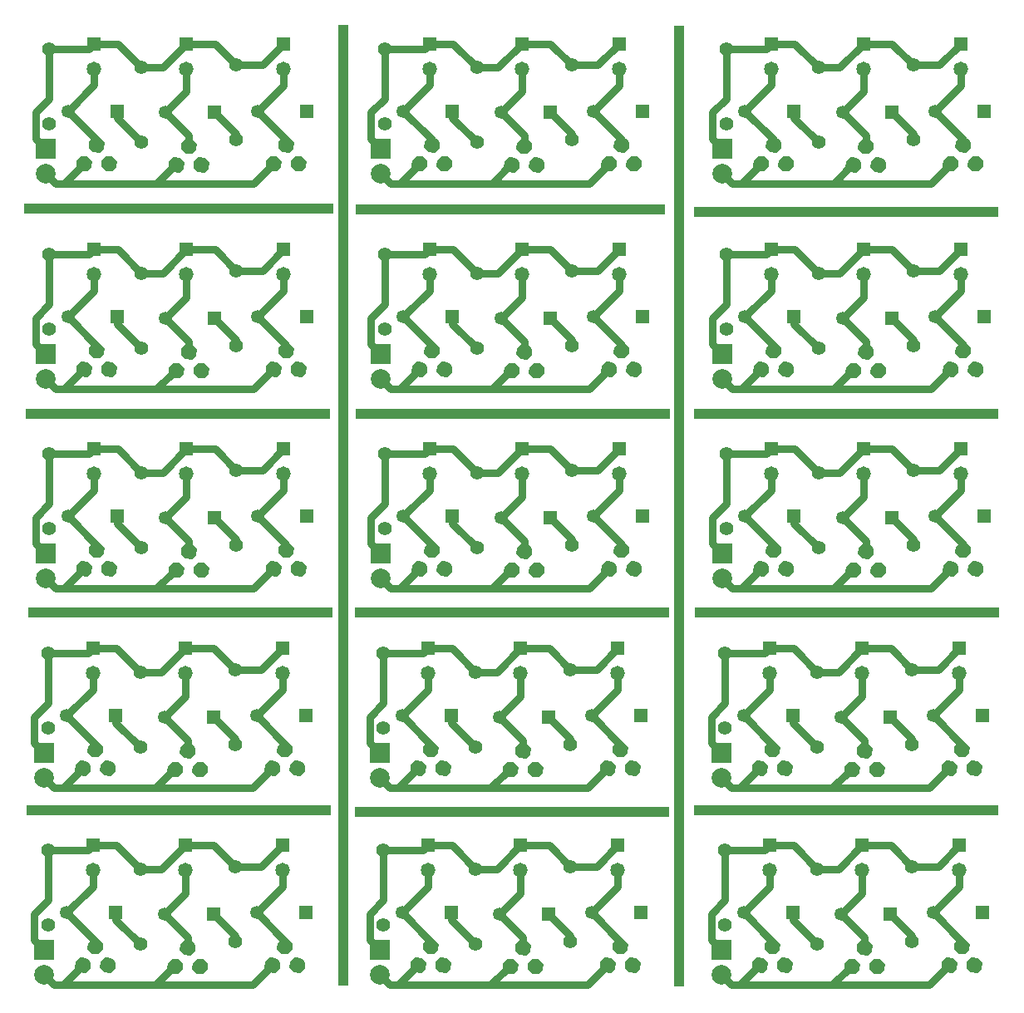
<source format=gbl>
G04 Layer_Physical_Order=2*
G04 Layer_Color=16711680*
%FSLAX25Y25*%
%MOIN*%
G70*
G01*
G75*
%ADD10C,0.03000*%
%ADD11R,0.03937X3.85827*%
%ADD12C,0.05905*%
%ADD13R,0.05315X0.05315*%
%ADD14C,0.05315*%
%ADD15C,0.07874*%
%ADD16R,0.07874X0.07874*%
%ADD17C,0.05512*%
%ADD18C,0.05827*%
%ADD19R,0.05827X0.05827*%
%ADD20O,0.05905X0.03937*%
%ADD21O,0.05905X0.03200*%
%ADD22R,1.24016X0.03937*%
%ADD23R,1.22047X0.03937*%
%ADD24R,1.25984X0.03937*%
G36*
X380363Y345491D02*
X382069Y343629D01*
X381959Y341105D01*
X380097Y339399D01*
X377574Y339509D01*
X375868Y341371D01*
X375978Y343895D01*
X377840Y345601D01*
X380363Y345491D01*
D02*
G37*
G36*
X304363D02*
X306069Y343629D01*
X305959Y341105D01*
X304097Y339399D01*
X301574Y339509D01*
X299868Y341371D01*
X299978Y343895D01*
X301840Y345601D01*
X304363Y345491D01*
D02*
G37*
G36*
X243363D02*
X245070Y343629D01*
X244959Y341105D01*
X243097Y339399D01*
X240574Y339509D01*
X238867Y341371D01*
X238978Y343895D01*
X240840Y345601D01*
X243363Y345491D01*
D02*
G37*
G36*
X167363D02*
X169070Y343629D01*
X168959Y341105D01*
X167097Y339399D01*
X164574Y339509D01*
X162867Y341371D01*
X162978Y343895D01*
X164840Y345601D01*
X167363Y345491D01*
D02*
G37*
G36*
X108863D02*
X110570Y343629D01*
X110459Y341105D01*
X108597Y339399D01*
X106074Y339509D01*
X104367Y341371D01*
X104478Y343895D01*
X106340Y345601D01*
X108863Y345491D01*
D02*
G37*
G36*
X32863D02*
X34569Y343629D01*
X34459Y341105D01*
X32597Y339399D01*
X30074Y339509D01*
X28367Y341371D01*
X28478Y343895D01*
X30340Y345601D01*
X32863Y345491D01*
D02*
G37*
G36*
X341363Y344991D02*
X343070Y343129D01*
X342959Y340605D01*
X341097Y338899D01*
X338574Y339009D01*
X336867Y340871D01*
X336978Y343395D01*
X338840Y345101D01*
X341363Y344991D01*
D02*
G37*
G36*
X204363D02*
X206069Y343129D01*
X205959Y340605D01*
X204097Y338899D01*
X201574Y339009D01*
X199867Y340871D01*
X199978Y343395D01*
X201840Y345101D01*
X204363Y344991D01*
D02*
G37*
G36*
X69863D02*
X71570Y343129D01*
X71459Y340605D01*
X69597Y338899D01*
X67074Y339009D01*
X65368Y340871D01*
X65478Y343395D01*
X67340Y345101D01*
X69863Y344991D01*
D02*
G37*
G36*
X385363Y337991D02*
X387070Y336129D01*
X386959Y333605D01*
X385097Y331899D01*
X382574Y332009D01*
X380868Y333871D01*
X380978Y336395D01*
X382840Y338101D01*
X385363Y337991D01*
D02*
G37*
G36*
X375363D02*
X377069Y336129D01*
X376959Y333605D01*
X375097Y331899D01*
X372574Y332009D01*
X370867Y333871D01*
X370978Y336395D01*
X372840Y338101D01*
X375363Y337991D01*
D02*
G37*
G36*
X309363D02*
X311069Y336129D01*
X310959Y333605D01*
X309097Y331899D01*
X306574Y332009D01*
X304868Y333871D01*
X304978Y336395D01*
X306840Y338101D01*
X309363Y337991D01*
D02*
G37*
G36*
X299363D02*
X301069Y336129D01*
X300959Y333605D01*
X299097Y331899D01*
X296574Y332009D01*
X294867Y333871D01*
X294978Y336395D01*
X296840Y338101D01*
X299363Y337991D01*
D02*
G37*
G36*
X248363D02*
X250069Y336129D01*
X249959Y333605D01*
X248097Y331899D01*
X245574Y332009D01*
X243867Y333871D01*
X243978Y336395D01*
X245840Y338101D01*
X248363Y337991D01*
D02*
G37*
G36*
X238363D02*
X240070Y336129D01*
X239959Y333605D01*
X238097Y331899D01*
X235574Y332009D01*
X233868Y333871D01*
X233978Y336395D01*
X235840Y338101D01*
X238363Y337991D01*
D02*
G37*
G36*
X172363D02*
X174069Y336129D01*
X173959Y333605D01*
X172097Y331899D01*
X169574Y332009D01*
X167868Y333871D01*
X167978Y336395D01*
X169840Y338101D01*
X172363Y337991D01*
D02*
G37*
G36*
X162363D02*
X164069Y336129D01*
X163959Y333605D01*
X162097Y331899D01*
X159574Y332009D01*
X157868Y333871D01*
X157978Y336395D01*
X159840Y338101D01*
X162363Y337991D01*
D02*
G37*
G36*
X113863D02*
X115569Y336129D01*
X115459Y333605D01*
X113597Y331899D01*
X111074Y332009D01*
X109368Y333871D01*
X109478Y336395D01*
X111340Y338101D01*
X113863Y337991D01*
D02*
G37*
G36*
X103863D02*
X105570Y336129D01*
X105459Y333605D01*
X103597Y331899D01*
X101074Y332009D01*
X99367Y333871D01*
X99478Y336395D01*
X101340Y338101D01*
X103863Y337991D01*
D02*
G37*
G36*
X37863D02*
X39570Y336129D01*
X39459Y333605D01*
X37597Y331899D01*
X35074Y332009D01*
X33367Y333871D01*
X33478Y336395D01*
X35340Y338101D01*
X37863Y337991D01*
D02*
G37*
G36*
X27863D02*
X29570Y336129D01*
X29459Y333605D01*
X27597Y331899D01*
X25074Y332009D01*
X23368Y333871D01*
X23478Y336395D01*
X25340Y338101D01*
X27863Y337991D01*
D02*
G37*
G36*
X346363Y337491D02*
X348070Y335629D01*
X347959Y333105D01*
X346097Y331399D01*
X343574Y331509D01*
X341867Y333371D01*
X341978Y335895D01*
X343840Y337601D01*
X346363Y337491D01*
D02*
G37*
G36*
X336363D02*
X338070Y335629D01*
X337959Y333105D01*
X336097Y331399D01*
X333574Y331509D01*
X331868Y333371D01*
X331978Y335895D01*
X333840Y337601D01*
X336363Y337491D01*
D02*
G37*
G36*
X209363D02*
X211069Y335629D01*
X210959Y333105D01*
X209097Y331399D01*
X206574Y331509D01*
X204868Y333371D01*
X204978Y335895D01*
X206840Y337601D01*
X209363Y337491D01*
D02*
G37*
G36*
X199363D02*
X201069Y335629D01*
X200959Y333105D01*
X199097Y331399D01*
X196574Y331509D01*
X194868Y333371D01*
X194978Y335895D01*
X196840Y337601D01*
X199363Y337491D01*
D02*
G37*
G36*
X74863D02*
X76569Y335629D01*
X76459Y333105D01*
X74597Y331399D01*
X72074Y331509D01*
X70367Y333371D01*
X70478Y335895D01*
X72340Y337601D01*
X74863Y337491D01*
D02*
G37*
G36*
X64863D02*
X66570Y335629D01*
X66459Y333105D01*
X64597Y331399D01*
X62074Y331509D01*
X60368Y333371D01*
X60478Y335895D01*
X62340Y337601D01*
X64863Y337491D01*
D02*
G37*
G36*
X380363Y262991D02*
X382069Y261129D01*
X381959Y258605D01*
X380097Y256899D01*
X377574Y257009D01*
X375868Y258871D01*
X375978Y261395D01*
X377840Y263101D01*
X380363Y262991D01*
D02*
G37*
G36*
X304363D02*
X306069Y261129D01*
X305959Y258605D01*
X304097Y256899D01*
X301574Y257009D01*
X299868Y258871D01*
X299978Y261395D01*
X301840Y263101D01*
X304363Y262991D01*
D02*
G37*
G36*
X243363D02*
X245070Y261129D01*
X244959Y258605D01*
X243097Y256899D01*
X240574Y257009D01*
X238867Y258871D01*
X238978Y261395D01*
X240840Y263101D01*
X243363Y262991D01*
D02*
G37*
G36*
X167363D02*
X169070Y261129D01*
X168959Y258605D01*
X167097Y256899D01*
X164574Y257009D01*
X162867Y258871D01*
X162978Y261395D01*
X164840Y263101D01*
X167363Y262991D01*
D02*
G37*
G36*
X108863D02*
X110570Y261129D01*
X110459Y258605D01*
X108597Y256899D01*
X106074Y257009D01*
X104367Y258871D01*
X104478Y261395D01*
X106340Y263101D01*
X108863Y262991D01*
D02*
G37*
G36*
X32863D02*
X34569Y261129D01*
X34459Y258605D01*
X32597Y256899D01*
X30074Y257009D01*
X28367Y258871D01*
X28478Y261395D01*
X30340Y263101D01*
X32863Y262991D01*
D02*
G37*
G36*
X341363Y262491D02*
X343070Y260629D01*
X342959Y258105D01*
X341097Y256399D01*
X338574Y256509D01*
X336867Y258371D01*
X336978Y260895D01*
X338840Y262601D01*
X341363Y262491D01*
D02*
G37*
G36*
X204363D02*
X206069Y260629D01*
X205959Y258105D01*
X204097Y256399D01*
X201574Y256509D01*
X199867Y258371D01*
X199978Y260895D01*
X201840Y262601D01*
X204363Y262491D01*
D02*
G37*
G36*
X69863D02*
X71570Y260629D01*
X71459Y258105D01*
X69597Y256399D01*
X67074Y256509D01*
X65368Y258371D01*
X65478Y260895D01*
X67340Y262601D01*
X69863Y262491D01*
D02*
G37*
G36*
X385363Y255491D02*
X387070Y253629D01*
X386959Y251105D01*
X385097Y249399D01*
X382574Y249509D01*
X380868Y251371D01*
X380978Y253895D01*
X382840Y255601D01*
X385363Y255491D01*
D02*
G37*
G36*
X375363D02*
X377069Y253629D01*
X376959Y251105D01*
X375097Y249399D01*
X372574Y249509D01*
X370867Y251371D01*
X370978Y253895D01*
X372840Y255601D01*
X375363Y255491D01*
D02*
G37*
G36*
X309363D02*
X311069Y253629D01*
X310959Y251105D01*
X309097Y249399D01*
X306574Y249509D01*
X304868Y251371D01*
X304978Y253895D01*
X306840Y255601D01*
X309363Y255491D01*
D02*
G37*
G36*
X299363D02*
X301069Y253629D01*
X300959Y251105D01*
X299097Y249399D01*
X296574Y249509D01*
X294867Y251371D01*
X294978Y253895D01*
X296840Y255601D01*
X299363Y255491D01*
D02*
G37*
G36*
X248363D02*
X250069Y253629D01*
X249959Y251105D01*
X248097Y249399D01*
X245574Y249509D01*
X243867Y251371D01*
X243978Y253895D01*
X245840Y255601D01*
X248363Y255491D01*
D02*
G37*
G36*
X238363D02*
X240070Y253629D01*
X239959Y251105D01*
X238097Y249399D01*
X235574Y249509D01*
X233868Y251371D01*
X233978Y253895D01*
X235840Y255601D01*
X238363Y255491D01*
D02*
G37*
G36*
X172363D02*
X174069Y253629D01*
X173959Y251105D01*
X172097Y249399D01*
X169574Y249509D01*
X167868Y251371D01*
X167978Y253895D01*
X169840Y255601D01*
X172363Y255491D01*
D02*
G37*
G36*
X162363D02*
X164069Y253629D01*
X163959Y251105D01*
X162097Y249399D01*
X159574Y249509D01*
X157868Y251371D01*
X157978Y253895D01*
X159840Y255601D01*
X162363Y255491D01*
D02*
G37*
G36*
X113863D02*
X115569Y253629D01*
X115459Y251105D01*
X113597Y249399D01*
X111074Y249509D01*
X109368Y251371D01*
X109478Y253895D01*
X111340Y255601D01*
X113863Y255491D01*
D02*
G37*
G36*
X103863D02*
X105570Y253629D01*
X105459Y251105D01*
X103597Y249399D01*
X101074Y249509D01*
X99367Y251371D01*
X99478Y253895D01*
X101340Y255601D01*
X103863Y255491D01*
D02*
G37*
G36*
X37863D02*
X39570Y253629D01*
X39459Y251105D01*
X37597Y249399D01*
X35074Y249509D01*
X33367Y251371D01*
X33478Y253895D01*
X35340Y255601D01*
X37863Y255491D01*
D02*
G37*
G36*
X27863D02*
X29570Y253629D01*
X29459Y251105D01*
X27597Y249399D01*
X25074Y249509D01*
X23368Y251371D01*
X23478Y253895D01*
X25340Y255601D01*
X27863Y255491D01*
D02*
G37*
G36*
X346363Y254991D02*
X348070Y253129D01*
X347959Y250605D01*
X346097Y248899D01*
X343574Y249009D01*
X341867Y250871D01*
X341978Y253395D01*
X343840Y255101D01*
X346363Y254991D01*
D02*
G37*
G36*
X336363D02*
X338070Y253129D01*
X337959Y250605D01*
X336097Y248899D01*
X333574Y249009D01*
X331868Y250871D01*
X331978Y253395D01*
X333840Y255101D01*
X336363Y254991D01*
D02*
G37*
G36*
X209363D02*
X211069Y253129D01*
X210959Y250605D01*
X209097Y248899D01*
X206574Y249009D01*
X204868Y250871D01*
X204978Y253395D01*
X206840Y255101D01*
X209363Y254991D01*
D02*
G37*
G36*
X199363D02*
X201069Y253129D01*
X200959Y250605D01*
X199097Y248899D01*
X196574Y249009D01*
X194868Y250871D01*
X194978Y253395D01*
X196840Y255101D01*
X199363Y254991D01*
D02*
G37*
G36*
X74863D02*
X76569Y253129D01*
X76459Y250605D01*
X74597Y248899D01*
X72074Y249009D01*
X70367Y250871D01*
X70478Y253395D01*
X72340Y255101D01*
X74863Y254991D01*
D02*
G37*
G36*
X64863D02*
X66570Y253129D01*
X66459Y250605D01*
X64597Y248899D01*
X62074Y249009D01*
X60368Y250871D01*
X60478Y253395D01*
X62340Y255101D01*
X64863Y254991D01*
D02*
G37*
G36*
X380363Y182991D02*
X382069Y181129D01*
X381959Y178605D01*
X380097Y176899D01*
X377574Y177009D01*
X375868Y178871D01*
X375978Y181395D01*
X377840Y183101D01*
X380363Y182991D01*
D02*
G37*
G36*
X304363D02*
X306069Y181129D01*
X305959Y178605D01*
X304097Y176899D01*
X301574Y177009D01*
X299868Y178871D01*
X299978Y181395D01*
X301840Y183101D01*
X304363Y182991D01*
D02*
G37*
G36*
X243363D02*
X245070Y181129D01*
X244959Y178605D01*
X243097Y176899D01*
X240574Y177009D01*
X238867Y178871D01*
X238978Y181395D01*
X240840Y183101D01*
X243363Y182991D01*
D02*
G37*
G36*
X167363D02*
X169070Y181129D01*
X168959Y178605D01*
X167097Y176899D01*
X164574Y177009D01*
X162867Y178871D01*
X162978Y181395D01*
X164840Y183101D01*
X167363Y182991D01*
D02*
G37*
G36*
X108863D02*
X110570Y181129D01*
X110459Y178605D01*
X108597Y176899D01*
X106074Y177009D01*
X104367Y178871D01*
X104478Y181395D01*
X106340Y183101D01*
X108863Y182991D01*
D02*
G37*
G36*
X32863D02*
X34569Y181129D01*
X34459Y178605D01*
X32597Y176899D01*
X30074Y177009D01*
X28367Y178871D01*
X28478Y181395D01*
X30340Y183101D01*
X32863Y182991D01*
D02*
G37*
G36*
X341363Y182491D02*
X343070Y180629D01*
X342959Y178105D01*
X341097Y176399D01*
X338574Y176509D01*
X336867Y178371D01*
X336978Y180895D01*
X338840Y182601D01*
X341363Y182491D01*
D02*
G37*
G36*
X204363D02*
X206069Y180629D01*
X205959Y178105D01*
X204097Y176399D01*
X201574Y176509D01*
X199867Y178371D01*
X199978Y180895D01*
X201840Y182601D01*
X204363Y182491D01*
D02*
G37*
G36*
X69863D02*
X71570Y180629D01*
X71459Y178105D01*
X69597Y176399D01*
X67074Y176509D01*
X65368Y178371D01*
X65478Y180895D01*
X67340Y182601D01*
X69863Y182491D01*
D02*
G37*
G36*
X385363Y175491D02*
X387070Y173629D01*
X386959Y171105D01*
X385097Y169399D01*
X382574Y169509D01*
X380868Y171371D01*
X380978Y173895D01*
X382840Y175601D01*
X385363Y175491D01*
D02*
G37*
G36*
X375363D02*
X377069Y173629D01*
X376959Y171105D01*
X375097Y169399D01*
X372574Y169509D01*
X370867Y171371D01*
X370978Y173895D01*
X372840Y175601D01*
X375363Y175491D01*
D02*
G37*
G36*
X309363D02*
X311069Y173629D01*
X310959Y171105D01*
X309097Y169399D01*
X306574Y169509D01*
X304868Y171371D01*
X304978Y173895D01*
X306840Y175601D01*
X309363Y175491D01*
D02*
G37*
G36*
X299363D02*
X301069Y173629D01*
X300959Y171105D01*
X299097Y169399D01*
X296574Y169509D01*
X294867Y171371D01*
X294978Y173895D01*
X296840Y175601D01*
X299363Y175491D01*
D02*
G37*
G36*
X248363D02*
X250069Y173629D01*
X249959Y171105D01*
X248097Y169399D01*
X245574Y169509D01*
X243867Y171371D01*
X243978Y173895D01*
X245840Y175601D01*
X248363Y175491D01*
D02*
G37*
G36*
X238363D02*
X240070Y173629D01*
X239959Y171105D01*
X238097Y169399D01*
X235574Y169509D01*
X233868Y171371D01*
X233978Y173895D01*
X235840Y175601D01*
X238363Y175491D01*
D02*
G37*
G36*
X172363D02*
X174069Y173629D01*
X173959Y171105D01*
X172097Y169399D01*
X169574Y169509D01*
X167868Y171371D01*
X167978Y173895D01*
X169840Y175601D01*
X172363Y175491D01*
D02*
G37*
G36*
X162363D02*
X164069Y173629D01*
X163959Y171105D01*
X162097Y169399D01*
X159574Y169509D01*
X157868Y171371D01*
X157978Y173895D01*
X159840Y175601D01*
X162363Y175491D01*
D02*
G37*
G36*
X113863D02*
X115569Y173629D01*
X115459Y171105D01*
X113597Y169399D01*
X111074Y169509D01*
X109368Y171371D01*
X109478Y173895D01*
X111340Y175601D01*
X113863Y175491D01*
D02*
G37*
G36*
X103863D02*
X105570Y173629D01*
X105459Y171105D01*
X103597Y169399D01*
X101074Y169509D01*
X99367Y171371D01*
X99478Y173895D01*
X101340Y175601D01*
X103863Y175491D01*
D02*
G37*
G36*
X37863D02*
X39570Y173629D01*
X39459Y171105D01*
X37597Y169399D01*
X35074Y169509D01*
X33367Y171371D01*
X33478Y173895D01*
X35340Y175601D01*
X37863Y175491D01*
D02*
G37*
G36*
X27863D02*
X29570Y173629D01*
X29459Y171105D01*
X27597Y169399D01*
X25074Y169509D01*
X23368Y171371D01*
X23478Y173895D01*
X25340Y175601D01*
X27863Y175491D01*
D02*
G37*
G36*
X346363Y174991D02*
X348070Y173129D01*
X347959Y170605D01*
X346097Y168899D01*
X343574Y169009D01*
X341867Y170871D01*
X341978Y173395D01*
X343840Y175101D01*
X346363Y174991D01*
D02*
G37*
G36*
X336363D02*
X338070Y173129D01*
X337959Y170605D01*
X336097Y168899D01*
X333574Y169009D01*
X331868Y170871D01*
X331978Y173395D01*
X333840Y175101D01*
X336363Y174991D01*
D02*
G37*
G36*
X209363D02*
X211069Y173129D01*
X210959Y170605D01*
X209097Y168899D01*
X206574Y169009D01*
X204868Y170871D01*
X204978Y173395D01*
X206840Y175101D01*
X209363Y174991D01*
D02*
G37*
G36*
X199363D02*
X201069Y173129D01*
X200959Y170605D01*
X199097Y168899D01*
X196574Y169009D01*
X194868Y170871D01*
X194978Y173395D01*
X196840Y175101D01*
X199363Y174991D01*
D02*
G37*
G36*
X74863D02*
X76569Y173129D01*
X76459Y170605D01*
X74597Y168899D01*
X72074Y169009D01*
X70367Y170871D01*
X70478Y173395D01*
X72340Y175101D01*
X74863Y174991D01*
D02*
G37*
G36*
X64863D02*
X66570Y173129D01*
X66459Y170605D01*
X64597Y168899D01*
X62074Y169009D01*
X60368Y170871D01*
X60478Y173395D01*
X62340Y175101D01*
X64863Y174991D01*
D02*
G37*
G36*
X379863Y102991D02*
X381570Y101129D01*
X381459Y98605D01*
X379597Y96899D01*
X377074Y97009D01*
X375367Y98871D01*
X375478Y101395D01*
X377340Y103101D01*
X379863Y102991D01*
D02*
G37*
G36*
X303863D02*
X305570Y101129D01*
X305459Y98605D01*
X303597Y96899D01*
X301074Y97009D01*
X299367Y98871D01*
X299478Y101395D01*
X301340Y103101D01*
X303863Y102991D01*
D02*
G37*
G36*
X242863D02*
X244569Y101129D01*
X244459Y98605D01*
X242597Y96899D01*
X240074Y97009D01*
X238368Y98871D01*
X238478Y101395D01*
X240340Y103101D01*
X242863Y102991D01*
D02*
G37*
G36*
X166863D02*
X168570Y101129D01*
X168459Y98605D01*
X166597Y96899D01*
X164074Y97009D01*
X162367Y98871D01*
X162478Y101395D01*
X164340Y103101D01*
X166863Y102991D01*
D02*
G37*
G36*
X108363D02*
X110070Y101129D01*
X109959Y98605D01*
X108097Y96899D01*
X105574Y97009D01*
X103867Y98871D01*
X103978Y101395D01*
X105840Y103101D01*
X108363Y102991D01*
D02*
G37*
G36*
X32363D02*
X34069Y101129D01*
X33959Y98605D01*
X32097Y96899D01*
X29574Y97009D01*
X27867Y98871D01*
X27978Y101395D01*
X29840Y103101D01*
X32363Y102991D01*
D02*
G37*
G36*
X340863Y102491D02*
X342569Y100629D01*
X342459Y98105D01*
X340597Y96399D01*
X338074Y96509D01*
X336368Y98371D01*
X336478Y100895D01*
X338340Y102601D01*
X340863Y102491D01*
D02*
G37*
G36*
X203863D02*
X205570Y100629D01*
X205459Y98105D01*
X203597Y96399D01*
X201074Y96509D01*
X199367Y98371D01*
X199478Y100895D01*
X201340Y102601D01*
X203863Y102491D01*
D02*
G37*
G36*
X69363D02*
X71070Y100629D01*
X70959Y98105D01*
X69097Y96399D01*
X66574Y96509D01*
X64868Y98371D01*
X64978Y100895D01*
X66840Y102601D01*
X69363Y102491D01*
D02*
G37*
G36*
X384863Y95491D02*
X386569Y93629D01*
X386459Y91105D01*
X384597Y89399D01*
X382074Y89509D01*
X380367Y91371D01*
X380478Y93895D01*
X382340Y95601D01*
X384863Y95491D01*
D02*
G37*
G36*
X374863D02*
X376570Y93629D01*
X376459Y91105D01*
X374597Y89399D01*
X372074Y89509D01*
X370368Y91371D01*
X370478Y93895D01*
X372340Y95601D01*
X374863Y95491D01*
D02*
G37*
G36*
X308863D02*
X310570Y93629D01*
X310459Y91105D01*
X308597Y89399D01*
X306074Y89509D01*
X304367Y91371D01*
X304478Y93895D01*
X306340Y95601D01*
X308863Y95491D01*
D02*
G37*
G36*
X298863D02*
X300570Y93629D01*
X300459Y91105D01*
X298597Y89399D01*
X296074Y89509D01*
X294368Y91371D01*
X294478Y93895D01*
X296340Y95601D01*
X298863Y95491D01*
D02*
G37*
G36*
X247863D02*
X249570Y93629D01*
X249459Y91105D01*
X247597Y89399D01*
X245074Y89509D01*
X243368Y91371D01*
X243478Y93895D01*
X245340Y95601D01*
X247863Y95491D01*
D02*
G37*
G36*
X237863D02*
X239569Y93629D01*
X239459Y91105D01*
X237597Y89399D01*
X235074Y89509D01*
X233367Y91371D01*
X233478Y93895D01*
X235340Y95601D01*
X237863Y95491D01*
D02*
G37*
G36*
X171863D02*
X173570Y93629D01*
X173459Y91105D01*
X171597Y89399D01*
X169074Y89509D01*
X167367Y91371D01*
X167478Y93895D01*
X169340Y95601D01*
X171863Y95491D01*
D02*
G37*
G36*
X161863D02*
X163569Y93629D01*
X163459Y91105D01*
X161597Y89399D01*
X159074Y89509D01*
X157368Y91371D01*
X157478Y93895D01*
X159340Y95601D01*
X161863Y95491D01*
D02*
G37*
G36*
X113363D02*
X115069Y93629D01*
X114959Y91105D01*
X113097Y89399D01*
X110574Y89509D01*
X108868Y91371D01*
X108978Y93895D01*
X110840Y95601D01*
X113363Y95491D01*
D02*
G37*
G36*
X103363D02*
X105069Y93629D01*
X104959Y91105D01*
X103097Y89399D01*
X100574Y89509D01*
X98867Y91371D01*
X98978Y93895D01*
X100840Y95601D01*
X103363Y95491D01*
D02*
G37*
G36*
X37363D02*
X39070Y93629D01*
X38959Y91105D01*
X37097Y89399D01*
X34574Y89509D01*
X32868Y91371D01*
X32978Y93895D01*
X34840Y95601D01*
X37363Y95491D01*
D02*
G37*
G36*
X27363D02*
X29070Y93629D01*
X28959Y91105D01*
X27097Y89399D01*
X24574Y89509D01*
X22867Y91371D01*
X22978Y93895D01*
X24840Y95601D01*
X27363Y95491D01*
D02*
G37*
G36*
X345863Y94991D02*
X347569Y93129D01*
X347459Y90605D01*
X345597Y88899D01*
X343074Y89009D01*
X341368Y90871D01*
X341478Y93395D01*
X343340Y95101D01*
X345863Y94991D01*
D02*
G37*
G36*
X335863D02*
X337569Y93129D01*
X337459Y90605D01*
X335597Y88899D01*
X333074Y89009D01*
X331367Y90871D01*
X331478Y93395D01*
X333340Y95101D01*
X335863Y94991D01*
D02*
G37*
G36*
X208863D02*
X210570Y93129D01*
X210459Y90605D01*
X208597Y88899D01*
X206074Y89009D01*
X204367Y90871D01*
X204478Y93395D01*
X206340Y95101D01*
X208863Y94991D01*
D02*
G37*
G36*
X198863D02*
X200570Y93129D01*
X200459Y90605D01*
X198597Y88899D01*
X196074Y89009D01*
X194368Y90871D01*
X194478Y93395D01*
X196340Y95101D01*
X198863Y94991D01*
D02*
G37*
G36*
X74363D02*
X76069Y93129D01*
X75959Y90605D01*
X74097Y88899D01*
X71574Y89009D01*
X69867Y90871D01*
X69978Y93395D01*
X71840Y95101D01*
X74363Y94991D01*
D02*
G37*
G36*
X64363D02*
X66070Y93129D01*
X65959Y90605D01*
X64097Y88899D01*
X61574Y89009D01*
X59868Y90871D01*
X59978Y93395D01*
X61840Y95101D01*
X64363Y94991D01*
D02*
G37*
G36*
X379863Y23991D02*
X381570Y22129D01*
X381459Y19605D01*
X379597Y17899D01*
X377074Y18009D01*
X375367Y19871D01*
X375478Y22395D01*
X377340Y24101D01*
X379863Y23991D01*
D02*
G37*
G36*
X303863D02*
X305570Y22129D01*
X305459Y19605D01*
X303597Y17899D01*
X301074Y18009D01*
X299367Y19871D01*
X299478Y22395D01*
X301340Y24101D01*
X303863Y23991D01*
D02*
G37*
G36*
X242863D02*
X244569Y22129D01*
X244459Y19605D01*
X242597Y17899D01*
X240074Y18009D01*
X238368Y19871D01*
X238478Y22395D01*
X240340Y24101D01*
X242863Y23991D01*
D02*
G37*
G36*
X166863D02*
X168570Y22129D01*
X168459Y19605D01*
X166597Y17899D01*
X164074Y18009D01*
X162367Y19871D01*
X162478Y22395D01*
X164340Y24101D01*
X166863Y23991D01*
D02*
G37*
G36*
X108363D02*
X110070Y22129D01*
X109959Y19605D01*
X108097Y17899D01*
X105574Y18009D01*
X103867Y19871D01*
X103978Y22395D01*
X105840Y24101D01*
X108363Y23991D01*
D02*
G37*
G36*
X32363D02*
X34069Y22129D01*
X33959Y19605D01*
X32097Y17899D01*
X29574Y18009D01*
X27867Y19871D01*
X27978Y22395D01*
X29840Y24101D01*
X32363Y23991D01*
D02*
G37*
G36*
X340863Y23491D02*
X342569Y21629D01*
X342459Y19105D01*
X340597Y17399D01*
X338074Y17509D01*
X336368Y19371D01*
X336478Y21895D01*
X338340Y23601D01*
X340863Y23491D01*
D02*
G37*
G36*
X203863D02*
X205570Y21629D01*
X205459Y19105D01*
X203597Y17399D01*
X201074Y17509D01*
X199367Y19371D01*
X199478Y21895D01*
X201340Y23601D01*
X203863Y23491D01*
D02*
G37*
G36*
X69363D02*
X71070Y21629D01*
X70959Y19105D01*
X69097Y17399D01*
X66574Y17509D01*
X64868Y19371D01*
X64978Y21895D01*
X66840Y23601D01*
X69363Y23491D01*
D02*
G37*
G36*
X384863Y16491D02*
X386569Y14629D01*
X386459Y12105D01*
X384597Y10399D01*
X382074Y10509D01*
X380367Y12371D01*
X380478Y14895D01*
X382340Y16601D01*
X384863Y16491D01*
D02*
G37*
G36*
X374863D02*
X376570Y14629D01*
X376459Y12105D01*
X374597Y10399D01*
X372074Y10509D01*
X370368Y12371D01*
X370478Y14895D01*
X372340Y16601D01*
X374863Y16491D01*
D02*
G37*
G36*
X308863D02*
X310570Y14629D01*
X310459Y12105D01*
X308597Y10399D01*
X306074Y10509D01*
X304367Y12371D01*
X304478Y14895D01*
X306340Y16601D01*
X308863Y16491D01*
D02*
G37*
G36*
X298863D02*
X300570Y14629D01*
X300459Y12105D01*
X298597Y10399D01*
X296074Y10509D01*
X294368Y12371D01*
X294478Y14895D01*
X296340Y16601D01*
X298863Y16491D01*
D02*
G37*
G36*
X247863D02*
X249570Y14629D01*
X249459Y12105D01*
X247597Y10399D01*
X245074Y10509D01*
X243368Y12371D01*
X243478Y14895D01*
X245340Y16601D01*
X247863Y16491D01*
D02*
G37*
G36*
X237863D02*
X239569Y14629D01*
X239459Y12105D01*
X237597Y10399D01*
X235074Y10509D01*
X233367Y12371D01*
X233478Y14895D01*
X235340Y16601D01*
X237863Y16491D01*
D02*
G37*
G36*
X171863D02*
X173570Y14629D01*
X173459Y12105D01*
X171597Y10399D01*
X169074Y10509D01*
X167367Y12371D01*
X167478Y14895D01*
X169340Y16601D01*
X171863Y16491D01*
D02*
G37*
G36*
X161863D02*
X163569Y14629D01*
X163459Y12105D01*
X161597Y10399D01*
X159074Y10509D01*
X157368Y12371D01*
X157478Y14895D01*
X159340Y16601D01*
X161863Y16491D01*
D02*
G37*
G36*
X113363D02*
X115069Y14629D01*
X114959Y12105D01*
X113097Y10399D01*
X110574Y10509D01*
X108868Y12371D01*
X108978Y14895D01*
X110840Y16601D01*
X113363Y16491D01*
D02*
G37*
G36*
X103363D02*
X105069Y14629D01*
X104959Y12105D01*
X103097Y10399D01*
X100574Y10509D01*
X98867Y12371D01*
X98978Y14895D01*
X100840Y16601D01*
X103363Y16491D01*
D02*
G37*
G36*
X37363D02*
X39070Y14629D01*
X38959Y12105D01*
X37097Y10399D01*
X34574Y10509D01*
X32868Y12371D01*
X32978Y14895D01*
X34840Y16601D01*
X37363Y16491D01*
D02*
G37*
G36*
X27363D02*
X29070Y14629D01*
X28959Y12105D01*
X27097Y10399D01*
X24574Y10509D01*
X22867Y12371D01*
X22978Y14895D01*
X24840Y16601D01*
X27363Y16491D01*
D02*
G37*
G36*
X345863Y15991D02*
X347569Y14129D01*
X347459Y11605D01*
X345597Y9899D01*
X343074Y10009D01*
X341368Y11871D01*
X341478Y14395D01*
X343340Y16101D01*
X345863Y15991D01*
D02*
G37*
G36*
X335863D02*
X337569Y14129D01*
X337459Y11605D01*
X335597Y9899D01*
X333074Y10009D01*
X331367Y11871D01*
X331478Y14395D01*
X333340Y16101D01*
X335863Y15991D01*
D02*
G37*
G36*
X208863D02*
X210570Y14129D01*
X210459Y11605D01*
X208597Y9899D01*
X206074Y10009D01*
X204367Y11871D01*
X204478Y14395D01*
X206340Y16101D01*
X208863Y15991D01*
D02*
G37*
G36*
X198863D02*
X200570Y14129D01*
X200459Y11605D01*
X198597Y9899D01*
X196074Y10009D01*
X194368Y11871D01*
X194478Y14395D01*
X196340Y16101D01*
X198863Y15991D01*
D02*
G37*
G36*
X74363D02*
X76069Y14129D01*
X75959Y11605D01*
X74097Y9899D01*
X71574Y10009D01*
X69867Y11871D01*
X69978Y14395D01*
X71840Y16101D01*
X74363Y15991D01*
D02*
G37*
G36*
X64363D02*
X66070Y14129D01*
X65959Y11605D01*
X64097Y9899D01*
X61574Y10009D01*
X59868Y11871D01*
X59978Y14395D01*
X61840Y16101D01*
X64363Y15991D01*
D02*
G37*
D10*
X326468Y84500D02*
X365469D01*
X289469D02*
X326468D01*
X54969D02*
X93968D01*
X29969Y45000D02*
Y51500D01*
X19468Y34500D02*
X29969Y45000D01*
X66969Y42342D02*
Y51500D01*
X58626Y34000D02*
X66969Y42342D01*
X105968Y44842D02*
Y51500D01*
X95626Y34500D02*
X105968Y44842D01*
X19468Y34500D02*
X30968Y23000D01*
Y21000D02*
Y23000D01*
X58626Y34000D02*
X67968Y24657D01*
Y20500D02*
Y24657D01*
X95626Y34500D02*
X106968Y23157D01*
Y21000D02*
Y23157D01*
X10469Y9500D02*
X14469Y5500D01*
X93968D02*
X101969Y13500D01*
X62468Y13000D02*
X62968D01*
X54969Y5500D02*
X62468Y13000D01*
X54969Y5500D02*
X93968D01*
X17968D02*
X25969Y13500D01*
X14469Y5500D02*
X17968D01*
X54969D01*
X11969Y59500D02*
X27968D01*
X29969Y61500D01*
X39469D01*
X48968Y52000D01*
X57468D01*
X66969Y61500D01*
X78469D01*
X86968Y53000D01*
X97469D01*
X105968Y61500D01*
X11969Y39500D02*
Y59500D01*
X6469Y34000D02*
X11969Y39500D01*
X6469Y23500D02*
Y34000D01*
Y23500D02*
X10469Y19500D01*
X39154Y31815D02*
Y34500D01*
Y31815D02*
X48968Y22000D01*
X78311Y34000D02*
X86968Y25343D01*
Y23000D02*
Y25343D01*
X358469Y23000D02*
Y25343D01*
X349811Y34000D02*
X358469Y25343D01*
X310653Y31815D02*
X320468Y22000D01*
X310653Y31815D02*
Y34500D01*
X277969Y23500D02*
X281968Y19500D01*
X277969Y23500D02*
Y34000D01*
X283469Y39500D01*
Y59500D01*
X368969Y53000D02*
X377468Y61500D01*
X358469Y53000D02*
X368969D01*
X349969Y61500D02*
X358469Y53000D01*
X338469Y61500D02*
X349969D01*
X328969Y52000D02*
X338469Y61500D01*
X320468Y52000D02*
X328969D01*
X310968Y61500D02*
X320468Y52000D01*
X301468Y61500D02*
X310968D01*
X299468Y59500D02*
X301468Y61500D01*
X283469Y59500D02*
X299468D01*
X289469Y5500D02*
X326468D01*
X285968D02*
X289469D01*
X297468Y13500D01*
X326468Y5500D02*
X365469D01*
X326468D02*
X333968Y13000D01*
X334469D01*
X365469Y5500D02*
X373468Y13500D01*
X281968Y9500D02*
X285968Y5500D01*
X378468Y21000D02*
Y23157D01*
X367126Y34500D02*
X378468Y23157D01*
X339469Y20500D02*
Y24657D01*
X330126Y34000D02*
X339469Y24657D01*
X302468Y21000D02*
Y23000D01*
X290968Y34500D02*
X302468Y23000D01*
X367126Y34500D02*
X377468Y44842D01*
Y51500D01*
X330126Y34000D02*
X338469Y42342D01*
Y51500D01*
X290968Y34500D02*
X301468Y45000D01*
Y51500D01*
X221468Y23000D02*
Y25343D01*
X212811Y34000D02*
X221468Y25343D01*
X173653Y31815D02*
X183468Y22000D01*
X173653Y31815D02*
Y34500D01*
X140969Y23500D02*
X144968Y19500D01*
X140969Y23500D02*
Y34000D01*
X146468Y39500D01*
Y59500D01*
X231968Y53000D02*
X240469Y61500D01*
X221468Y53000D02*
X231968D01*
X212968Y61500D02*
X221468Y53000D01*
X201468Y61500D02*
X212968D01*
X191969Y52000D02*
X201468Y61500D01*
X183468Y52000D02*
X191969D01*
X173969Y61500D02*
X183468Y52000D01*
X164469Y61500D02*
X173969D01*
X162469Y59500D02*
X164469Y61500D01*
X146468Y59500D02*
X162469D01*
X152469Y5500D02*
X189469D01*
X148969D02*
X152469D01*
X160468Y13500D01*
X189469Y5500D02*
X228468D01*
X189469D02*
X196968Y13000D01*
X197468D01*
X228468Y5500D02*
X236469Y13500D01*
X144968Y9500D02*
X148969Y5500D01*
X241469Y21000D02*
Y23157D01*
X230126Y34500D02*
X241469Y23157D01*
X202468Y20500D02*
Y24657D01*
X193126Y34000D02*
X202468Y24657D01*
X165469Y21000D02*
Y23000D01*
X153969Y34500D02*
X165469Y23000D01*
X230126Y34500D02*
X240469Y44842D01*
Y51500D01*
X193126Y34000D02*
X201468Y42342D01*
Y51500D01*
X153969Y34500D02*
X164469Y45000D01*
Y51500D01*
X164969Y366500D02*
Y373000D01*
X154469Y356000D02*
X164969Y366500D01*
X201969Y363843D02*
Y373000D01*
X193626Y355500D02*
X201969Y363843D01*
X240968Y366342D02*
Y373000D01*
X230626Y356000D02*
X240968Y366342D01*
X154469Y356000D02*
X165969Y344500D01*
Y342500D02*
Y344500D01*
X193626Y355500D02*
X202969Y346158D01*
Y342000D02*
Y346158D01*
X230626Y356000D02*
X241968Y344657D01*
Y342500D02*
Y344657D01*
X145468Y331000D02*
X149469Y327000D01*
X228969D02*
X236968Y335000D01*
X197468Y334500D02*
X197968D01*
X189969Y327000D02*
X197468Y334500D01*
X189969Y327000D02*
X228969D01*
X152969D02*
X160968Y335000D01*
X149469Y327000D02*
X152969D01*
X189969D01*
X146968Y381000D02*
X162969D01*
X164969Y383000D01*
X174469D01*
X183968Y373500D01*
X192469D01*
X201969Y383000D01*
X213469D01*
X221969Y374500D01*
X232469D01*
X240968Y383000D01*
X146968Y361000D02*
Y381000D01*
X141469Y355500D02*
X146968Y361000D01*
X141469Y345000D02*
Y355500D01*
Y345000D02*
X145468Y341000D01*
X174153Y353315D02*
Y356000D01*
Y353315D02*
X183968Y343500D01*
X213311Y355500D02*
X221969Y346843D01*
Y344500D02*
Y346843D01*
X301969Y366500D02*
Y373000D01*
X291469Y356000D02*
X301969Y366500D01*
X338968Y363843D02*
Y373000D01*
X330626Y355500D02*
X338968Y363843D01*
X377969Y366342D02*
Y373000D01*
X367626Y356000D02*
X377969Y366342D01*
X291469Y356000D02*
X302969Y344500D01*
Y342500D02*
Y344500D01*
X330626Y355500D02*
X339968Y346158D01*
Y342000D02*
Y346158D01*
X367626Y356000D02*
X378969Y344657D01*
Y342500D02*
Y344657D01*
X282469Y331000D02*
X286469Y327000D01*
X365968D02*
X373969Y335000D01*
X334469Y334500D02*
X334968D01*
X326969Y327000D02*
X334469Y334500D01*
X326969Y327000D02*
X365968D01*
X289968D02*
X297969Y335000D01*
X286469Y327000D02*
X289968D01*
X326969D01*
X283968Y381000D02*
X299969D01*
X301969Y383000D01*
X311469D01*
X320969Y373500D01*
X329468D01*
X338968Y383000D01*
X350468D01*
X358968Y374500D01*
X369468D01*
X377969Y383000D01*
X283968Y361000D02*
Y381000D01*
X278468Y355500D02*
X283968Y361000D01*
X278468Y345000D02*
Y355500D01*
Y345000D02*
X282469Y341000D01*
X311154Y353315D02*
Y356000D01*
Y353315D02*
X320969Y343500D01*
X350311Y355500D02*
X358968Y346843D01*
Y344500D02*
Y346843D01*
X87468Y344500D02*
Y346843D01*
X78811Y355500D02*
X87468Y346843D01*
X39654Y353315D02*
X49468Y343500D01*
X39654Y353315D02*
Y356000D01*
X6968Y345000D02*
X10968Y341000D01*
X6968Y345000D02*
Y355500D01*
X12468Y361000D01*
Y381000D01*
X97969Y374500D02*
X106468Y383000D01*
X87468Y374500D02*
X97969D01*
X78969Y383000D02*
X87468Y374500D01*
X67469Y383000D02*
X78969D01*
X57968Y373500D02*
X67469Y383000D01*
X49468Y373500D02*
X57968D01*
X39968Y383000D02*
X49468Y373500D01*
X30468Y383000D02*
X39968D01*
X28468Y381000D02*
X30468Y383000D01*
X12468Y381000D02*
X28468D01*
X18469Y327000D02*
X55468D01*
X14968D02*
X18469D01*
X26469Y335000D01*
X55468Y327000D02*
X94468D01*
X55468D02*
X62968Y334500D01*
X63468D01*
X94468Y327000D02*
X102469Y335000D01*
X10968Y331000D02*
X14968Y327000D01*
X107468Y342500D02*
Y344657D01*
X96126Y356000D02*
X107468Y344657D01*
X68468Y342000D02*
Y346158D01*
X59126Y355500D02*
X68468Y346158D01*
X31468Y342500D02*
Y344500D01*
X19969Y356000D02*
X31468Y344500D01*
X96126Y356000D02*
X106468Y366342D01*
Y373000D01*
X59126Y355500D02*
X67469Y363843D01*
Y373000D01*
X19969Y356000D02*
X30468Y366500D01*
Y373000D01*
X164969Y284000D02*
Y290500D01*
X154469Y273500D02*
X164969Y284000D01*
X201969Y281343D02*
Y290500D01*
X193626Y273000D02*
X201969Y281343D01*
X240968Y283842D02*
Y290500D01*
X230626Y273500D02*
X240968Y283842D01*
X154469Y273500D02*
X165969Y262000D01*
Y260000D02*
Y262000D01*
X193626Y273000D02*
X202969Y263657D01*
Y259500D02*
Y263657D01*
X230626Y273500D02*
X241968Y262158D01*
Y260000D02*
Y262158D01*
X145468Y248500D02*
X149469Y244500D01*
X228969D02*
X236968Y252500D01*
X197468Y252000D02*
X197968D01*
X189969Y244500D02*
X197468Y252000D01*
X189969Y244500D02*
X228969D01*
X152969D02*
X160968Y252500D01*
X149469Y244500D02*
X152969D01*
X189969D01*
X146968Y298500D02*
X162969D01*
X164969Y300500D01*
X174469D01*
X183968Y291000D01*
X192469D01*
X201969Y300500D01*
X213469D01*
X221969Y292000D01*
X232469D01*
X240968Y300500D01*
X146968Y278500D02*
Y298500D01*
X141469Y273000D02*
X146968Y278500D01*
X141469Y262500D02*
Y273000D01*
Y262500D02*
X145468Y258500D01*
X174153Y270815D02*
Y273500D01*
Y270815D02*
X183968Y261000D01*
X213311Y273000D02*
X221969Y264342D01*
Y262000D02*
Y264342D01*
X301969Y284000D02*
Y290500D01*
X291469Y273500D02*
X301969Y284000D01*
X338968Y281343D02*
Y290500D01*
X330626Y273000D02*
X338968Y281343D01*
X377969Y283842D02*
Y290500D01*
X367626Y273500D02*
X377969Y283842D01*
X291469Y273500D02*
X302969Y262000D01*
Y260000D02*
Y262000D01*
X330626Y273000D02*
X339968Y263657D01*
Y259500D02*
Y263657D01*
X367626Y273500D02*
X378969Y262158D01*
Y260000D02*
Y262158D01*
X282469Y248500D02*
X286469Y244500D01*
X365968D02*
X373969Y252500D01*
X334469Y252000D02*
X334968D01*
X326969Y244500D02*
X334469Y252000D01*
X326969Y244500D02*
X365968D01*
X289968D02*
X297969Y252500D01*
X286469Y244500D02*
X289968D01*
X326969D01*
X283968Y298500D02*
X299969D01*
X301969Y300500D01*
X311469D01*
X320969Y291000D01*
X329468D01*
X338968Y300500D01*
X350468D01*
X358968Y292000D01*
X369468D01*
X377969Y300500D01*
X283968Y278500D02*
Y298500D01*
X278468Y273000D02*
X283968Y278500D01*
X278468Y262500D02*
Y273000D01*
Y262500D02*
X282469Y258500D01*
X311154Y270815D02*
Y273500D01*
Y270815D02*
X320969Y261000D01*
X350311Y273000D02*
X358968Y264342D01*
Y262000D02*
Y264342D01*
X87468Y262000D02*
Y264342D01*
X78811Y273000D02*
X87468Y264342D01*
X39654Y270815D02*
X49468Y261000D01*
X39654Y270815D02*
Y273500D01*
X6968Y262500D02*
X10968Y258500D01*
X6968Y262500D02*
Y273000D01*
X12468Y278500D01*
Y298500D01*
X97969Y292000D02*
X106468Y300500D01*
X87468Y292000D02*
X97969D01*
X78969Y300500D02*
X87468Y292000D01*
X67469Y300500D02*
X78969D01*
X57968Y291000D02*
X67469Y300500D01*
X49468Y291000D02*
X57968D01*
X39968Y300500D02*
X49468Y291000D01*
X30468Y300500D02*
X39968D01*
X28468Y298500D02*
X30468Y300500D01*
X12468Y298500D02*
X28468D01*
X18469Y244500D02*
X55468D01*
X14968D02*
X18469D01*
X26469Y252500D01*
X55468Y244500D02*
X94468D01*
X55468D02*
X62968Y252000D01*
X63468D01*
X94468Y244500D02*
X102469Y252500D01*
X10968Y248500D02*
X14968Y244500D01*
X107468Y260000D02*
Y262158D01*
X96126Y273500D02*
X107468Y262158D01*
X68468Y259500D02*
Y263657D01*
X59126Y273000D02*
X68468Y263657D01*
X31468Y260000D02*
Y262000D01*
X19969Y273500D02*
X31468Y262000D01*
X96126Y273500D02*
X106468Y283842D01*
Y290500D01*
X59126Y273000D02*
X67469Y281343D01*
Y290500D01*
X19969Y273500D02*
X30468Y284000D01*
Y290500D01*
X164469Y124000D02*
Y130500D01*
X153969Y113500D02*
X164469Y124000D01*
X201468Y121343D02*
Y130500D01*
X193126Y113000D02*
X201468Y121343D01*
X240469Y123843D02*
Y130500D01*
X230126Y113500D02*
X240469Y123843D01*
X153969Y113500D02*
X165469Y102000D01*
Y100000D02*
Y102000D01*
X193126Y113000D02*
X202468Y103657D01*
Y99500D02*
Y103657D01*
X230126Y113500D02*
X241469Y102157D01*
Y100000D02*
Y102157D01*
X144968Y88500D02*
X148969Y84500D01*
X228468D02*
X236469Y92500D01*
X196968Y92000D02*
X197468D01*
X189469Y84500D02*
X196968Y92000D01*
X189469Y84500D02*
X228468D01*
X152469D02*
X160468Y92500D01*
X148969Y84500D02*
X152469D01*
X189469D01*
X146468Y138500D02*
X162469D01*
X164469Y140500D01*
X173969D01*
X183468Y131000D01*
X191969D01*
X201468Y140500D01*
X212968D01*
X221468Y132000D01*
X231968D01*
X240469Y140500D01*
X146468Y118500D02*
Y138500D01*
X140969Y113000D02*
X146468Y118500D01*
X140969Y102500D02*
Y113000D01*
Y102500D02*
X144968Y98500D01*
X173653Y110815D02*
Y113500D01*
Y110815D02*
X183468Y101000D01*
X212811Y113000D02*
X221468Y104342D01*
Y102000D02*
Y104342D01*
X301468Y124000D02*
Y130500D01*
X290968Y113500D02*
X301468Y124000D01*
X338469Y121343D02*
Y130500D01*
X330126Y113000D02*
X338469Y121343D01*
X377468Y123843D02*
Y130500D01*
X367126Y113500D02*
X377468Y123843D01*
X290968Y113500D02*
X302468Y102000D01*
Y100000D02*
Y102000D01*
X330126Y113000D02*
X339469Y103657D01*
Y99500D02*
Y103657D01*
X367126Y113500D02*
X378468Y102157D01*
Y100000D02*
Y102157D01*
X281968Y88500D02*
X285968Y84500D01*
X365469D02*
X373468Y92500D01*
X333968Y92000D02*
X334469D01*
X326468Y84500D02*
X333968Y92000D01*
X289469Y84500D02*
X297468Y92500D01*
X285968Y84500D02*
X289469D01*
X283469Y138500D02*
X299468D01*
X301468Y140500D01*
X310968D01*
X320468Y131000D01*
X328969D01*
X338469Y140500D01*
X349969D01*
X358469Y132000D01*
X368969D01*
X377468Y140500D01*
X283469Y118500D02*
Y138500D01*
X277969Y113000D02*
X283469Y118500D01*
X277969Y102500D02*
Y113000D01*
Y102500D02*
X281968Y98500D01*
X310653Y110815D02*
Y113500D01*
Y110815D02*
X320468Y101000D01*
X349811Y113000D02*
X358469Y104342D01*
Y102000D02*
Y104342D01*
X86968Y102000D02*
Y104342D01*
X78311Y113000D02*
X86968Y104342D01*
X39154Y110815D02*
X48968Y101000D01*
X39154Y110815D02*
Y113500D01*
X6469Y102500D02*
X10469Y98500D01*
X6469Y102500D02*
Y113000D01*
X11969Y118500D01*
Y138500D01*
X97469Y132000D02*
X105968Y140500D01*
X86968Y132000D02*
X97469D01*
X78469Y140500D02*
X86968Y132000D01*
X66969Y140500D02*
X78469D01*
X57468Y131000D02*
X66969Y140500D01*
X48968Y131000D02*
X57468D01*
X39469Y140500D02*
X48968Y131000D01*
X29969Y140500D02*
X39469D01*
X27968Y138500D02*
X29969Y140500D01*
X11969Y138500D02*
X27968D01*
X17968Y84500D02*
X54969D01*
X14469D02*
X17968D01*
X25969Y92500D01*
X54969Y84500D02*
X62468Y92000D01*
X62968D01*
X93968Y84500D02*
X101969Y92500D01*
X10469Y88500D02*
X14469Y84500D01*
X106968Y100000D02*
Y102157D01*
X95626Y113500D02*
X106968Y102157D01*
X67968Y99500D02*
Y103657D01*
X58626Y113000D02*
X67968Y103657D01*
X30968Y100000D02*
Y102000D01*
X19468Y113500D02*
X30968Y102000D01*
X95626Y113500D02*
X105968Y123843D01*
Y130500D01*
X58626Y113000D02*
X66969Y121343D01*
Y130500D01*
X19468Y113500D02*
X29969Y124000D01*
Y130500D01*
X164969Y204000D02*
Y210500D01*
X154469Y193500D02*
X164969Y204000D01*
X201969Y201343D02*
Y210500D01*
X193626Y193000D02*
X201969Y201343D01*
X240968Y203842D02*
Y210500D01*
X230626Y193500D02*
X240968Y203842D01*
X154469Y193500D02*
X165969Y182000D01*
Y180000D02*
Y182000D01*
X193626Y193000D02*
X202969Y183658D01*
Y179500D02*
Y183658D01*
X230626Y193500D02*
X241968Y182158D01*
Y180000D02*
Y182158D01*
X145468Y168500D02*
X149469Y164500D01*
X228969D02*
X236968Y172500D01*
X197468Y172000D02*
X197968D01*
X189969Y164500D02*
X197468Y172000D01*
X189969Y164500D02*
X228969D01*
X152969D02*
X160968Y172500D01*
X149469Y164500D02*
X152969D01*
X189969D01*
X146968Y218500D02*
X162969D01*
X164969Y220500D01*
X174469D01*
X183968Y211000D01*
X192469D01*
X201969Y220500D01*
X213469D01*
X221969Y212000D01*
X232469D01*
X240968Y220500D01*
X146968Y198500D02*
Y218500D01*
X141469Y193000D02*
X146968Y198500D01*
X141469Y182500D02*
Y193000D01*
Y182500D02*
X145468Y178500D01*
X174153Y190815D02*
Y193500D01*
Y190815D02*
X183968Y181000D01*
X213311Y193000D02*
X221969Y184343D01*
Y182000D02*
Y184343D01*
X301969Y204000D02*
Y210500D01*
X291469Y193500D02*
X301969Y204000D01*
X338968Y201343D02*
Y210500D01*
X330626Y193000D02*
X338968Y201343D01*
X377969Y203842D02*
Y210500D01*
X367626Y193500D02*
X377969Y203842D01*
X291469Y193500D02*
X302969Y182000D01*
Y180000D02*
Y182000D01*
X330626Y193000D02*
X339968Y183658D01*
Y179500D02*
Y183658D01*
X367626Y193500D02*
X378969Y182158D01*
Y180000D02*
Y182158D01*
X282469Y168500D02*
X286469Y164500D01*
X365968D02*
X373969Y172500D01*
X334469Y172000D02*
X334968D01*
X326969Y164500D02*
X334469Y172000D01*
X326969Y164500D02*
X365968D01*
X289968D02*
X297969Y172500D01*
X286469Y164500D02*
X289968D01*
X326969D01*
X283968Y218500D02*
X299969D01*
X301969Y220500D01*
X311469D01*
X320969Y211000D01*
X329468D01*
X338968Y220500D01*
X350468D01*
X358968Y212000D01*
X369468D01*
X377969Y220500D01*
X283968Y198500D02*
Y218500D01*
X278468Y193000D02*
X283968Y198500D01*
X278468Y182500D02*
Y193000D01*
Y182500D02*
X282469Y178500D01*
X311154Y190815D02*
Y193500D01*
Y190815D02*
X320969Y181000D01*
X350311Y193000D02*
X358968Y184343D01*
Y182000D02*
Y184343D01*
X87468Y182000D02*
Y184343D01*
X78811Y193000D02*
X87468Y184343D01*
X39654Y190815D02*
X49468Y181000D01*
X39654Y190815D02*
Y193500D01*
X6968Y182500D02*
X10968Y178500D01*
X6968Y182500D02*
Y193000D01*
X12468Y198500D01*
Y218500D01*
X97969Y212000D02*
X106468Y220500D01*
X87468Y212000D02*
X97969D01*
X78969Y220500D02*
X87468Y212000D01*
X67469Y220500D02*
X78969D01*
X57968Y211000D02*
X67469Y220500D01*
X49468Y211000D02*
X57968D01*
X39968Y220500D02*
X49468Y211000D01*
X30468Y220500D02*
X39968D01*
X28468Y218500D02*
X30468Y220500D01*
X12468Y218500D02*
X28468D01*
X18469Y164500D02*
X55468D01*
X14968D02*
X18469D01*
X26469Y172500D01*
X55468Y164500D02*
X94468D01*
X55468D02*
X62968Y172000D01*
X63468D01*
X94468Y164500D02*
X102469Y172500D01*
X10968Y168500D02*
X14968Y164500D01*
X107468Y180000D02*
Y182158D01*
X96126Y193500D02*
X107468Y182158D01*
X68468Y179500D02*
Y183658D01*
X59126Y193000D02*
X68468Y183658D01*
X31468Y180000D02*
Y182000D01*
X19969Y193500D02*
X31468Y182000D01*
X96126Y193500D02*
X106468Y203842D01*
Y210500D01*
X59126Y193000D02*
X67469Y201343D01*
Y210500D01*
X19969Y193500D02*
X30468Y204000D01*
Y210500D01*
D11*
X265000Y197500D02*
D03*
X130500Y198000D02*
D03*
D12*
X25969Y13500D02*
D03*
X30968Y21000D02*
D03*
X35969Y13500D02*
D03*
X62968Y13000D02*
D03*
X67968Y20500D02*
D03*
X72969Y13000D02*
D03*
X101969Y13500D02*
D03*
X106968Y21000D02*
D03*
X111969Y13500D02*
D03*
X373468D02*
D03*
X378468Y21000D02*
D03*
X383469Y13500D02*
D03*
X334469Y13000D02*
D03*
X339469Y20500D02*
D03*
X344468Y13000D02*
D03*
X297468Y13500D02*
D03*
X302468Y21000D02*
D03*
X307469Y13500D02*
D03*
X236469D02*
D03*
X241469Y21000D02*
D03*
X246468Y13500D02*
D03*
X197468Y13000D02*
D03*
X202468Y20500D02*
D03*
X207469Y13000D02*
D03*
X160468Y13500D02*
D03*
X165469Y21000D02*
D03*
X170468Y13500D02*
D03*
X160968Y335000D02*
D03*
X165969Y342500D02*
D03*
X170968Y335000D02*
D03*
X197968Y334500D02*
D03*
X202969Y342000D02*
D03*
X207968Y334500D02*
D03*
X236968Y335000D02*
D03*
X241968Y342500D02*
D03*
X246969Y335000D02*
D03*
X297969D02*
D03*
X302969Y342500D02*
D03*
X307968Y335000D02*
D03*
X334968Y334500D02*
D03*
X339968Y342000D02*
D03*
X344969Y334500D02*
D03*
X373969Y335000D02*
D03*
X378969Y342500D02*
D03*
X383968Y335000D02*
D03*
X102469D02*
D03*
X107468Y342500D02*
D03*
X112469Y335000D02*
D03*
X63468Y334500D02*
D03*
X73469D02*
D03*
X26469Y335000D02*
D03*
X31468Y342500D02*
D03*
X36468Y335000D02*
D03*
X160968Y252500D02*
D03*
X165969Y260000D02*
D03*
X170968Y252500D02*
D03*
X197968Y252000D02*
D03*
X202969Y259500D02*
D03*
X207968Y252000D02*
D03*
X236968Y252500D02*
D03*
X241968Y260000D02*
D03*
X246969Y252500D02*
D03*
X297969D02*
D03*
X302969Y260000D02*
D03*
X307968Y252500D02*
D03*
X334968Y252000D02*
D03*
X339968Y259500D02*
D03*
X344969Y252000D02*
D03*
X373969Y252500D02*
D03*
X378969Y260000D02*
D03*
X383968Y252500D02*
D03*
X102469D02*
D03*
X107468Y260000D02*
D03*
X112469Y252500D02*
D03*
X63468Y252000D02*
D03*
X68468Y259500D02*
D03*
X73469Y252000D02*
D03*
X26469Y252500D02*
D03*
X31468Y260000D02*
D03*
X36468Y252500D02*
D03*
X160468Y92500D02*
D03*
X165469Y100000D02*
D03*
X170468Y92500D02*
D03*
X197468Y92000D02*
D03*
X202468Y99500D02*
D03*
X207469Y92000D02*
D03*
X236469Y92500D02*
D03*
X241469Y100000D02*
D03*
X246468Y92500D02*
D03*
X297468D02*
D03*
X302468Y100000D02*
D03*
X307469Y92500D02*
D03*
X339469Y99500D02*
D03*
X344468Y92000D02*
D03*
X373468Y92500D02*
D03*
X378468Y100000D02*
D03*
X383469Y92500D02*
D03*
X101969D02*
D03*
X106968Y100000D02*
D03*
X111969Y92500D02*
D03*
X62968Y92000D02*
D03*
X67968Y99500D02*
D03*
X72969Y92000D02*
D03*
X25969Y92500D02*
D03*
X30968Y100000D02*
D03*
X35969Y92500D02*
D03*
X160968Y172500D02*
D03*
X165969Y180000D02*
D03*
X170968Y172500D02*
D03*
X197968Y172000D02*
D03*
X202969Y179500D02*
D03*
X207968Y172000D02*
D03*
X236968Y172500D02*
D03*
X241968Y180000D02*
D03*
X246969Y172500D02*
D03*
X297969D02*
D03*
X302969Y180000D02*
D03*
X307968Y172500D02*
D03*
X334968Y172000D02*
D03*
X339968Y179500D02*
D03*
X344969Y172000D02*
D03*
X373969Y172500D02*
D03*
X378969Y180000D02*
D03*
X383968Y172500D02*
D03*
X102469D02*
D03*
X107468Y180000D02*
D03*
X112469Y172500D02*
D03*
X63468Y172000D02*
D03*
X68468Y179500D02*
D03*
X73469Y172000D02*
D03*
X26469Y172500D02*
D03*
X31468Y180000D02*
D03*
X36468Y172500D02*
D03*
D13*
X39154Y34500D02*
D03*
X78311Y34000D02*
D03*
X115311Y34500D02*
D03*
X386811D02*
D03*
X349811Y34000D02*
D03*
X310653Y34500D02*
D03*
X249811Y34500D02*
D03*
X212811Y34000D02*
D03*
X173653Y34500D02*
D03*
X174153Y356000D02*
D03*
X213311Y355500D02*
D03*
X250311Y356000D02*
D03*
X311154Y356000D02*
D03*
X350311Y355500D02*
D03*
X387311Y356000D02*
D03*
X115811D02*
D03*
X78811Y355500D02*
D03*
X39654Y356000D02*
D03*
X174153Y273500D02*
D03*
X213311Y273000D02*
D03*
X250311Y273500D02*
D03*
X311154Y273500D02*
D03*
X350311Y273000D02*
D03*
X387311Y273500D02*
D03*
X115811D02*
D03*
X78811Y273000D02*
D03*
X39654Y273500D02*
D03*
X173653Y113500D02*
D03*
X212811Y113000D02*
D03*
X249811Y113500D02*
D03*
X310653Y113500D02*
D03*
X349811Y113000D02*
D03*
X386811Y113500D02*
D03*
X115311D02*
D03*
X78311Y113000D02*
D03*
X39154Y113500D02*
D03*
X174153Y193500D02*
D03*
X213311Y193000D02*
D03*
X250311Y193500D02*
D03*
X311154Y193500D02*
D03*
X350311Y193000D02*
D03*
X387311Y193500D02*
D03*
X115811D02*
D03*
X78811Y193000D02*
D03*
X39654Y193500D02*
D03*
D14*
X19468Y34500D02*
D03*
X58626Y34000D02*
D03*
X95626Y34500D02*
D03*
X367126D02*
D03*
X330126Y34000D02*
D03*
X290968Y34500D02*
D03*
X230126Y34500D02*
D03*
X193126Y34000D02*
D03*
X153969Y34500D02*
D03*
X154469Y356000D02*
D03*
X193626Y355500D02*
D03*
X230626Y356000D02*
D03*
X291469Y356000D02*
D03*
X330626Y355500D02*
D03*
X367626Y356000D02*
D03*
X96126D02*
D03*
X59126Y355500D02*
D03*
X19969Y356000D02*
D03*
X154469Y273500D02*
D03*
X193626Y273000D02*
D03*
X230626Y273500D02*
D03*
X291469Y273500D02*
D03*
X330626Y273000D02*
D03*
X367626Y273500D02*
D03*
X96126D02*
D03*
X59126Y273000D02*
D03*
X19969Y273500D02*
D03*
X153969Y113500D02*
D03*
X193126Y113000D02*
D03*
X230126Y113500D02*
D03*
X290968Y113500D02*
D03*
X330126Y113000D02*
D03*
X367126Y113500D02*
D03*
X95626D02*
D03*
X58626Y113000D02*
D03*
X19468Y113500D02*
D03*
X154469Y193500D02*
D03*
X193626Y193000D02*
D03*
X230626Y193500D02*
D03*
X291469Y193500D02*
D03*
X330626Y193000D02*
D03*
X367626Y193500D02*
D03*
X96126D02*
D03*
X59126Y193000D02*
D03*
X19969Y193500D02*
D03*
D15*
X10469Y9500D02*
D03*
X281968D02*
D03*
X144968D02*
D03*
X145468Y331000D02*
D03*
X282469D02*
D03*
X10968D02*
D03*
X145468Y248500D02*
D03*
X282469D02*
D03*
X10968D02*
D03*
X144968Y88500D02*
D03*
X281968D02*
D03*
X10469D02*
D03*
X145468Y168500D02*
D03*
X282469D02*
D03*
X10968D02*
D03*
D16*
X10469Y19500D02*
D03*
X281968D02*
D03*
X144968D02*
D03*
X145468Y341000D02*
D03*
X282469D02*
D03*
X10968D02*
D03*
X145468Y258500D02*
D03*
X282469D02*
D03*
X10968D02*
D03*
X144968Y98500D02*
D03*
X281968D02*
D03*
X10469D02*
D03*
X145468Y178500D02*
D03*
X282469D02*
D03*
X10968D02*
D03*
D17*
X11969Y29500D02*
D03*
Y59500D02*
D03*
X48968Y22000D02*
D03*
Y52000D02*
D03*
X86968Y23000D02*
D03*
Y53000D02*
D03*
X358469Y23000D02*
D03*
Y53000D02*
D03*
X320468Y22000D02*
D03*
Y52000D02*
D03*
X283469Y29500D02*
D03*
Y59500D02*
D03*
X221468Y23000D02*
D03*
Y53000D02*
D03*
X183468Y22000D02*
D03*
Y52000D02*
D03*
X146468Y29500D02*
D03*
Y59500D02*
D03*
X146968Y351000D02*
D03*
Y381000D02*
D03*
X183968Y343500D02*
D03*
Y373500D02*
D03*
X221969Y344500D02*
D03*
Y374500D02*
D03*
X283968Y351000D02*
D03*
Y381000D02*
D03*
X320969Y343500D02*
D03*
Y373500D02*
D03*
X358968Y344500D02*
D03*
Y374500D02*
D03*
X87468Y344500D02*
D03*
Y374500D02*
D03*
X49468Y343500D02*
D03*
Y373500D02*
D03*
X12468Y351000D02*
D03*
Y381000D02*
D03*
X146968Y268500D02*
D03*
Y298500D02*
D03*
X183968Y261000D02*
D03*
Y291000D02*
D03*
X221969Y262000D02*
D03*
Y292000D02*
D03*
X283968Y268500D02*
D03*
Y298500D02*
D03*
X320969Y261000D02*
D03*
Y291000D02*
D03*
X358968Y262000D02*
D03*
Y292000D02*
D03*
X87468Y262000D02*
D03*
Y292000D02*
D03*
X49468Y261000D02*
D03*
Y291000D02*
D03*
X12468Y268500D02*
D03*
Y298500D02*
D03*
X146468Y108500D02*
D03*
Y138500D02*
D03*
X183468Y101000D02*
D03*
Y131000D02*
D03*
X221468Y102000D02*
D03*
Y132000D02*
D03*
X283469Y108500D02*
D03*
Y138500D02*
D03*
X320468Y101000D02*
D03*
Y131000D02*
D03*
X358469Y102000D02*
D03*
Y132000D02*
D03*
X86968Y102000D02*
D03*
Y132000D02*
D03*
X48968Y101000D02*
D03*
Y131000D02*
D03*
X11969Y108500D02*
D03*
Y138500D02*
D03*
X146968Y188500D02*
D03*
Y218500D02*
D03*
X183968Y181000D02*
D03*
Y211000D02*
D03*
X221969Y182000D02*
D03*
Y212000D02*
D03*
X283968Y188500D02*
D03*
Y218500D02*
D03*
X320969Y181000D02*
D03*
Y211000D02*
D03*
X358968Y182000D02*
D03*
Y212000D02*
D03*
X87468Y182000D02*
D03*
Y212000D02*
D03*
X49468Y181000D02*
D03*
Y211000D02*
D03*
X12468Y188500D02*
D03*
Y218500D02*
D03*
D18*
X29969Y51500D02*
D03*
X66969D02*
D03*
X105968D02*
D03*
X377468D02*
D03*
X338469D02*
D03*
X301468D02*
D03*
X240469D02*
D03*
X201468D02*
D03*
X164469D02*
D03*
X164969Y373000D02*
D03*
X201969D02*
D03*
X240968D02*
D03*
X301969D02*
D03*
X338968D02*
D03*
X377969D02*
D03*
X106468D02*
D03*
X67469D02*
D03*
X30468D02*
D03*
X164969Y290500D02*
D03*
X201969D02*
D03*
X240968D02*
D03*
X301969D02*
D03*
X338968D02*
D03*
X377969D02*
D03*
X106468D02*
D03*
X67469D02*
D03*
X30468D02*
D03*
X164469Y130500D02*
D03*
X201468D02*
D03*
X240469D02*
D03*
X301468D02*
D03*
X338469D02*
D03*
X377468D02*
D03*
X105968D02*
D03*
X66969D02*
D03*
X29969D02*
D03*
X164969Y210500D02*
D03*
X201969D02*
D03*
X240968D02*
D03*
X301969D02*
D03*
X338968D02*
D03*
X377969D02*
D03*
X106468D02*
D03*
X67469D02*
D03*
X30468D02*
D03*
D19*
X29969Y61500D02*
D03*
X66969D02*
D03*
X105968D02*
D03*
X377468D02*
D03*
X338469D02*
D03*
X301468D02*
D03*
X240469D02*
D03*
X201468D02*
D03*
X164469D02*
D03*
X164969Y383000D02*
D03*
X201969D02*
D03*
X240968D02*
D03*
X301969D02*
D03*
X338968D02*
D03*
X377969D02*
D03*
X106468D02*
D03*
X67469D02*
D03*
X30468D02*
D03*
X164969Y300500D02*
D03*
X201969D02*
D03*
X240968D02*
D03*
X301969D02*
D03*
X338968D02*
D03*
X377969D02*
D03*
X106468D02*
D03*
X67469D02*
D03*
X30468D02*
D03*
X164469Y140500D02*
D03*
X201468D02*
D03*
X240469D02*
D03*
X301468D02*
D03*
X338469D02*
D03*
X377468D02*
D03*
X105968D02*
D03*
X66969D02*
D03*
X29969D02*
D03*
X164969Y220500D02*
D03*
X201969D02*
D03*
X240968D02*
D03*
X301969D02*
D03*
X338968D02*
D03*
X377969D02*
D03*
X106468D02*
D03*
X67469D02*
D03*
X30468D02*
D03*
D20*
X68468Y342000D02*
D03*
D21*
X334469Y92000D02*
D03*
D22*
X64500Y317000D02*
D03*
X197500Y316500D02*
D03*
D23*
X64000Y234500D02*
D03*
X65000Y155000D02*
D03*
X64500Y75500D02*
D03*
X332000D02*
D03*
X332500Y155000D02*
D03*
X332000Y234500D02*
D03*
Y315500D02*
D03*
D24*
X198500Y234500D02*
D03*
X198000Y155000D02*
D03*
Y75000D02*
D03*
M02*

</source>
